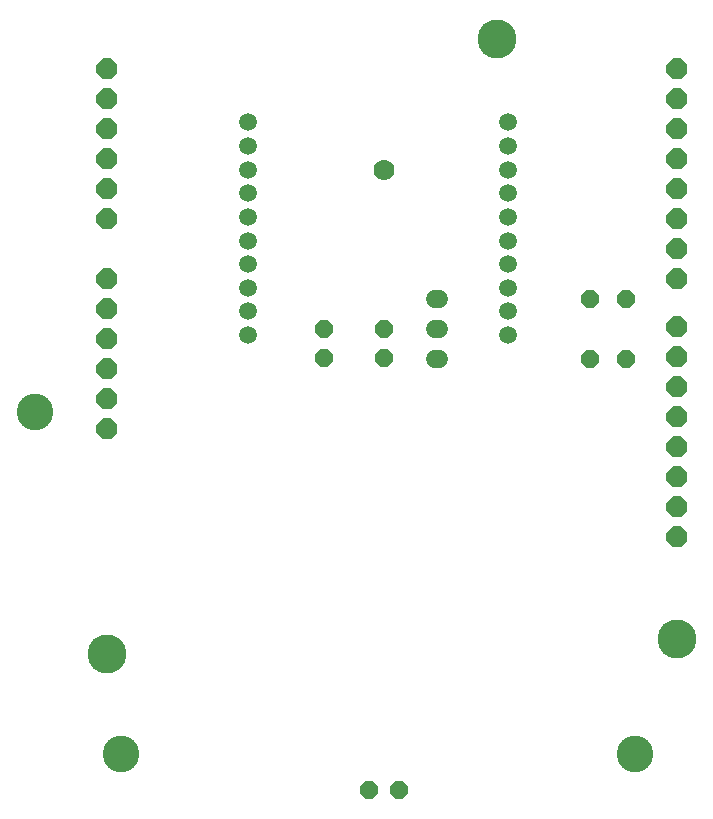
<source format=gts>
G75*
%MOIN*%
%OFA0B0*%
%FSLAX25Y25*%
%IPPOS*%
%LPD*%
%AMOC8*
5,1,8,0,0,1.08239X$1,22.5*
%
%ADD10C,0.12211*%
%ADD11OC8,0.07000*%
%ADD12C,0.12998*%
%ADD13C,0.05950*%
%ADD14OC8,0.06000*%
%ADD15C,0.06000*%
%ADD16C,0.07000*%
D10*
X0151746Y0079136D03*
X0123203Y0193310D03*
X0323006Y0079136D03*
D11*
X0336982Y0151483D03*
X0336982Y0161483D03*
X0336982Y0171483D03*
X0336982Y0181483D03*
X0336982Y0191483D03*
X0336982Y0201483D03*
X0336982Y0211483D03*
X0336982Y0221483D03*
X0336982Y0237483D03*
X0336982Y0247483D03*
X0336982Y0257483D03*
X0336982Y0267483D03*
X0336982Y0277483D03*
X0336982Y0287483D03*
X0336982Y0297483D03*
X0336982Y0307483D03*
X0146982Y0307483D03*
X0146982Y0297483D03*
X0146982Y0287483D03*
X0146982Y0277483D03*
X0146982Y0267483D03*
X0146982Y0257483D03*
X0146982Y0237483D03*
X0146982Y0227483D03*
X0146982Y0217483D03*
X0146982Y0207483D03*
X0146982Y0197483D03*
X0146982Y0187483D03*
D12*
X0146982Y0112483D03*
X0336982Y0117483D03*
X0276982Y0317483D03*
D13*
X0280683Y0289766D03*
X0280683Y0281892D03*
X0280683Y0274018D03*
X0280683Y0266144D03*
X0280683Y0258270D03*
X0280683Y0250396D03*
X0280683Y0242522D03*
X0280683Y0234648D03*
X0280683Y0226774D03*
X0280683Y0218900D03*
X0194069Y0218900D03*
X0194069Y0226774D03*
X0194069Y0234648D03*
X0194069Y0242522D03*
X0194069Y0250396D03*
X0194069Y0258270D03*
X0194069Y0266144D03*
X0194069Y0274018D03*
X0194069Y0281892D03*
X0194069Y0289766D03*
D14*
X0219502Y0220869D03*
X0219439Y0211395D03*
X0239439Y0211395D03*
X0239502Y0220869D03*
X0308242Y0230869D03*
X0320053Y0230869D03*
X0320053Y0210869D03*
X0308242Y0210869D03*
X0244344Y0067325D03*
X0234344Y0067325D03*
D15*
X0256361Y0210869D02*
X0257761Y0210869D01*
X0257761Y0220869D02*
X0256361Y0220869D01*
X0256361Y0230869D02*
X0257761Y0230869D01*
D16*
X0239344Y0274018D03*
M02*

</source>
